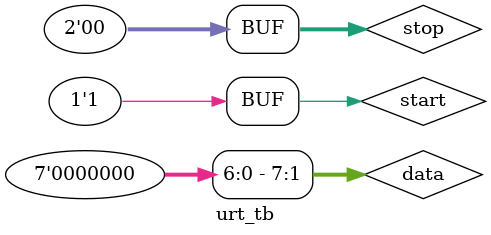
<source format=v>
module urt(input start,
            input [7:0]data,
            input paraty,
            input [1:0]stop,
            output reg [11:0]frame
            );
 //assign frame={start,data,paraty,stop};

   function reg[11:0] frame_y(input start, input[7:0]data, input paraty, input [1:0]stop);
  // reg [11:0]frame_y;
    begin
            frame_y[11]=start;
            frame_y[10:3]=data;
            frame_y[2]=paraty;
            frame_y[1:0]=stop;
    end
    endfunction

    always@(*)
    frame=frame_y(start,data,paraty,stop);
endmodule

//testbench code

module urt_tb();
    reg start;
    reg [7:0]data;
    reg paraty;
    reg [1:0]stop;
    wire [11:0]frame;

    urt UR(start,data,paraty,stop,frame);

   initial
        begin
     start=1'b1; data=$random; paraty=^data; stop=2'b00; #10;
     start=1'b1; data=$random; paraty=^data; stop=2'b00; #10;
     start=1'b1; data=$random; paraty=^data; stop=2'b00; #10;
     start=1'b1; data=$random; paraty=^data; stop=2'b00; #10;
         end

    initial
    $monitor("start=%b data=%b paraty=%b stop=%b frame=%b $time=%0t",start,data,paraty,stop,frame,$time);
    endmodule


</source>
